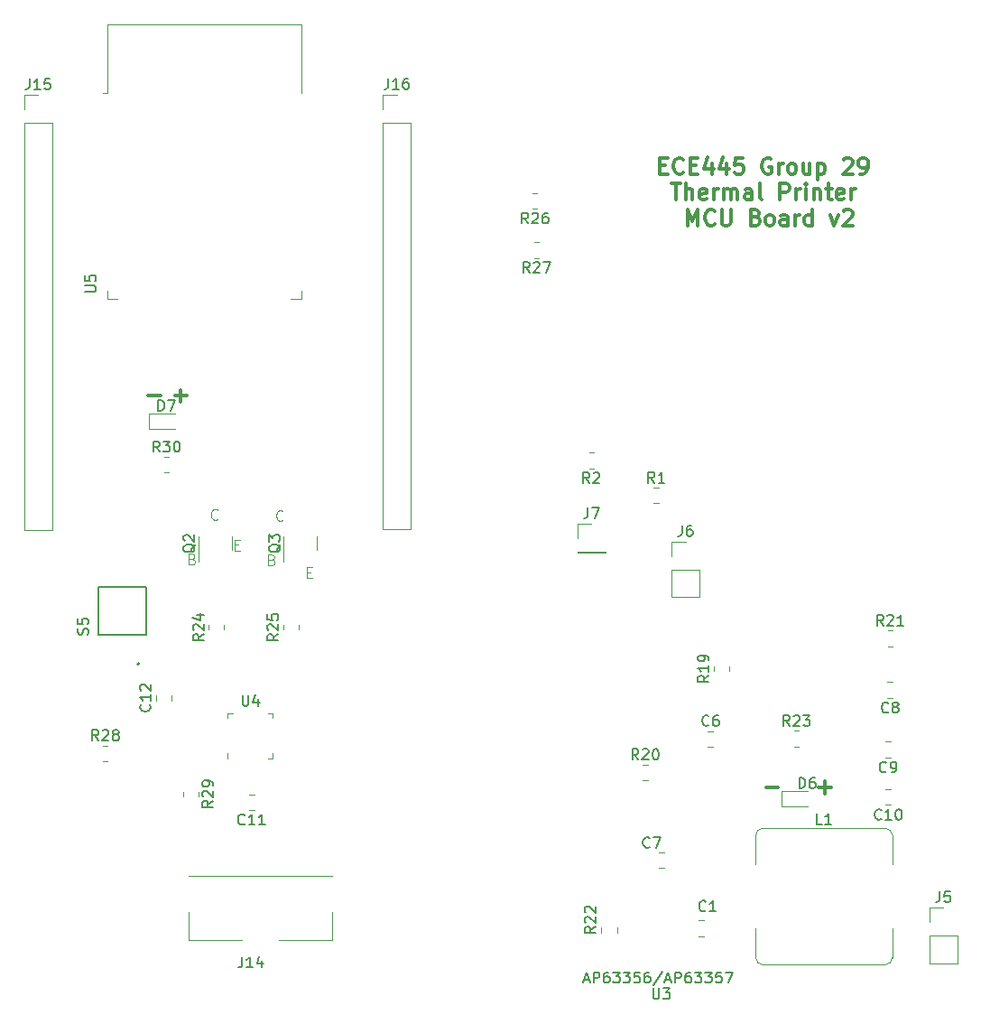
<source format=gbr>
%TF.GenerationSoftware,KiCad,Pcbnew,(6.0.10)*%
%TF.CreationDate,2023-04-05T18:46:28-05:00*%
%TF.ProjectId,445,3434352e-6b69-4636-9164-5f7063625858,rev?*%
%TF.SameCoordinates,Original*%
%TF.FileFunction,Legend,Top*%
%TF.FilePolarity,Positive*%
%FSLAX46Y46*%
G04 Gerber Fmt 4.6, Leading zero omitted, Abs format (unit mm)*
G04 Created by KiCad (PCBNEW (6.0.10)) date 2023-04-05 18:46:28*
%MOMM*%
%LPD*%
G01*
G04 APERTURE LIST*
%ADD10C,0.300000*%
%ADD11C,0.125000*%
%ADD12C,0.150000*%
%ADD13C,0.120000*%
%ADD14C,0.127000*%
%ADD15C,0.200000*%
G04 APERTURE END LIST*
D10*
X196532571Y-128885142D02*
X197675428Y-128885142D01*
X201485571Y-128885142D02*
X202628428Y-128885142D01*
X202057000Y-129456571D02*
X202057000Y-128313714D01*
D11*
X142701428Y-107458571D02*
X142844285Y-107506190D01*
X142891904Y-107553809D01*
X142939523Y-107649047D01*
X142939523Y-107791904D01*
X142891904Y-107887142D01*
X142844285Y-107934761D01*
X142749047Y-107982380D01*
X142368095Y-107982380D01*
X142368095Y-106982380D01*
X142701428Y-106982380D01*
X142796666Y-107030000D01*
X142844285Y-107077619D01*
X142891904Y-107172857D01*
X142891904Y-107268095D01*
X142844285Y-107363333D01*
X142796666Y-107410952D01*
X142701428Y-107458571D01*
X142368095Y-107458571D01*
X151189523Y-103817142D02*
X151141904Y-103864761D01*
X150999047Y-103912380D01*
X150903809Y-103912380D01*
X150760952Y-103864761D01*
X150665714Y-103769523D01*
X150618095Y-103674285D01*
X150570476Y-103483809D01*
X150570476Y-103340952D01*
X150618095Y-103150476D01*
X150665714Y-103055238D01*
X150760952Y-102960000D01*
X150903809Y-102912380D01*
X150999047Y-102912380D01*
X151141904Y-102960000D01*
X151189523Y-103007619D01*
X146705714Y-106138571D02*
X147039047Y-106138571D01*
X147181904Y-106662380D02*
X146705714Y-106662380D01*
X146705714Y-105662380D01*
X147181904Y-105662380D01*
X150171428Y-107528571D02*
X150314285Y-107576190D01*
X150361904Y-107623809D01*
X150409523Y-107719047D01*
X150409523Y-107861904D01*
X150361904Y-107957142D01*
X150314285Y-108004761D01*
X150219047Y-108052380D01*
X149838095Y-108052380D01*
X149838095Y-107052380D01*
X150171428Y-107052380D01*
X150266666Y-107100000D01*
X150314285Y-107147619D01*
X150361904Y-107242857D01*
X150361904Y-107338095D01*
X150314285Y-107433333D01*
X150266666Y-107480952D01*
X150171428Y-107528571D01*
X149838095Y-107528571D01*
D10*
X186564285Y-70579057D02*
X187064285Y-70579057D01*
X187278571Y-71364771D02*
X186564285Y-71364771D01*
X186564285Y-69864771D01*
X187278571Y-69864771D01*
X188778571Y-71221914D02*
X188707142Y-71293342D01*
X188492857Y-71364771D01*
X188350000Y-71364771D01*
X188135714Y-71293342D01*
X187992857Y-71150485D01*
X187921428Y-71007628D01*
X187850000Y-70721914D01*
X187850000Y-70507628D01*
X187921428Y-70221914D01*
X187992857Y-70079057D01*
X188135714Y-69936200D01*
X188350000Y-69864771D01*
X188492857Y-69864771D01*
X188707142Y-69936200D01*
X188778571Y-70007628D01*
X189421428Y-70579057D02*
X189921428Y-70579057D01*
X190135714Y-71364771D02*
X189421428Y-71364771D01*
X189421428Y-69864771D01*
X190135714Y-69864771D01*
X191421428Y-70364771D02*
X191421428Y-71364771D01*
X191064285Y-69793342D02*
X190707142Y-70864771D01*
X191635714Y-70864771D01*
X192850000Y-70364771D02*
X192850000Y-71364771D01*
X192492857Y-69793342D02*
X192135714Y-70864771D01*
X193064285Y-70864771D01*
X194350000Y-69864771D02*
X193635714Y-69864771D01*
X193564285Y-70579057D01*
X193635714Y-70507628D01*
X193778571Y-70436200D01*
X194135714Y-70436200D01*
X194278571Y-70507628D01*
X194350000Y-70579057D01*
X194421428Y-70721914D01*
X194421428Y-71079057D01*
X194350000Y-71221914D01*
X194278571Y-71293342D01*
X194135714Y-71364771D01*
X193778571Y-71364771D01*
X193635714Y-71293342D01*
X193564285Y-71221914D01*
X196992857Y-69936200D02*
X196850000Y-69864771D01*
X196635714Y-69864771D01*
X196421428Y-69936200D01*
X196278571Y-70079057D01*
X196207142Y-70221914D01*
X196135714Y-70507628D01*
X196135714Y-70721914D01*
X196207142Y-71007628D01*
X196278571Y-71150485D01*
X196421428Y-71293342D01*
X196635714Y-71364771D01*
X196778571Y-71364771D01*
X196992857Y-71293342D01*
X197064285Y-71221914D01*
X197064285Y-70721914D01*
X196778571Y-70721914D01*
X197707142Y-71364771D02*
X197707142Y-70364771D01*
X197707142Y-70650485D02*
X197778571Y-70507628D01*
X197850000Y-70436200D01*
X197992857Y-70364771D01*
X198135714Y-70364771D01*
X198850000Y-71364771D02*
X198707142Y-71293342D01*
X198635714Y-71221914D01*
X198564285Y-71079057D01*
X198564285Y-70650485D01*
X198635714Y-70507628D01*
X198707142Y-70436200D01*
X198850000Y-70364771D01*
X199064285Y-70364771D01*
X199207142Y-70436200D01*
X199278571Y-70507628D01*
X199350000Y-70650485D01*
X199350000Y-71079057D01*
X199278571Y-71221914D01*
X199207142Y-71293342D01*
X199064285Y-71364771D01*
X198850000Y-71364771D01*
X200635714Y-70364771D02*
X200635714Y-71364771D01*
X199992857Y-70364771D02*
X199992857Y-71150485D01*
X200064285Y-71293342D01*
X200207142Y-71364771D01*
X200421428Y-71364771D01*
X200564285Y-71293342D01*
X200635714Y-71221914D01*
X201350000Y-70364771D02*
X201350000Y-71864771D01*
X201350000Y-70436200D02*
X201492857Y-70364771D01*
X201778571Y-70364771D01*
X201921428Y-70436200D01*
X201992857Y-70507628D01*
X202064285Y-70650485D01*
X202064285Y-71079057D01*
X201992857Y-71221914D01*
X201921428Y-71293342D01*
X201778571Y-71364771D01*
X201492857Y-71364771D01*
X201350000Y-71293342D01*
X203778571Y-70007628D02*
X203850000Y-69936200D01*
X203992857Y-69864771D01*
X204350000Y-69864771D01*
X204492857Y-69936200D01*
X204564285Y-70007628D01*
X204635714Y-70150485D01*
X204635714Y-70293342D01*
X204564285Y-70507628D01*
X203707142Y-71364771D01*
X204635714Y-71364771D01*
X205350000Y-71364771D02*
X205635714Y-71364771D01*
X205778571Y-71293342D01*
X205850000Y-71221914D01*
X205992857Y-71007628D01*
X206064285Y-70721914D01*
X206064285Y-70150485D01*
X205992857Y-70007628D01*
X205921428Y-69936200D01*
X205778571Y-69864771D01*
X205492857Y-69864771D01*
X205350000Y-69936200D01*
X205278571Y-70007628D01*
X205207142Y-70150485D01*
X205207142Y-70507628D01*
X205278571Y-70650485D01*
X205350000Y-70721914D01*
X205492857Y-70793342D01*
X205778571Y-70793342D01*
X205921428Y-70721914D01*
X205992857Y-70650485D01*
X206064285Y-70507628D01*
X187635714Y-72279771D02*
X188492857Y-72279771D01*
X188064285Y-73779771D02*
X188064285Y-72279771D01*
X188992857Y-73779771D02*
X188992857Y-72279771D01*
X189635714Y-73779771D02*
X189635714Y-72994057D01*
X189564285Y-72851200D01*
X189421428Y-72779771D01*
X189207142Y-72779771D01*
X189064285Y-72851200D01*
X188992857Y-72922628D01*
X190921428Y-73708342D02*
X190778571Y-73779771D01*
X190492857Y-73779771D01*
X190350000Y-73708342D01*
X190278571Y-73565485D01*
X190278571Y-72994057D01*
X190350000Y-72851200D01*
X190492857Y-72779771D01*
X190778571Y-72779771D01*
X190921428Y-72851200D01*
X190992857Y-72994057D01*
X190992857Y-73136914D01*
X190278571Y-73279771D01*
X191635714Y-73779771D02*
X191635714Y-72779771D01*
X191635714Y-73065485D02*
X191707142Y-72922628D01*
X191778571Y-72851200D01*
X191921428Y-72779771D01*
X192064285Y-72779771D01*
X192564285Y-73779771D02*
X192564285Y-72779771D01*
X192564285Y-72922628D02*
X192635714Y-72851200D01*
X192778571Y-72779771D01*
X192992857Y-72779771D01*
X193135714Y-72851200D01*
X193207142Y-72994057D01*
X193207142Y-73779771D01*
X193207142Y-72994057D02*
X193278571Y-72851200D01*
X193421428Y-72779771D01*
X193635714Y-72779771D01*
X193778571Y-72851200D01*
X193850000Y-72994057D01*
X193850000Y-73779771D01*
X195207142Y-73779771D02*
X195207142Y-72994057D01*
X195135714Y-72851200D01*
X194992857Y-72779771D01*
X194707142Y-72779771D01*
X194564285Y-72851200D01*
X195207142Y-73708342D02*
X195064285Y-73779771D01*
X194707142Y-73779771D01*
X194564285Y-73708342D01*
X194492857Y-73565485D01*
X194492857Y-73422628D01*
X194564285Y-73279771D01*
X194707142Y-73208342D01*
X195064285Y-73208342D01*
X195207142Y-73136914D01*
X196135714Y-73779771D02*
X195992857Y-73708342D01*
X195921428Y-73565485D01*
X195921428Y-72279771D01*
X197850000Y-73779771D02*
X197850000Y-72279771D01*
X198421428Y-72279771D01*
X198564285Y-72351200D01*
X198635714Y-72422628D01*
X198707142Y-72565485D01*
X198707142Y-72779771D01*
X198635714Y-72922628D01*
X198564285Y-72994057D01*
X198421428Y-73065485D01*
X197850000Y-73065485D01*
X199350000Y-73779771D02*
X199350000Y-72779771D01*
X199350000Y-73065485D02*
X199421428Y-72922628D01*
X199492857Y-72851200D01*
X199635714Y-72779771D01*
X199778571Y-72779771D01*
X200278571Y-73779771D02*
X200278571Y-72779771D01*
X200278571Y-72279771D02*
X200207142Y-72351200D01*
X200278571Y-72422628D01*
X200350000Y-72351200D01*
X200278571Y-72279771D01*
X200278571Y-72422628D01*
X200992857Y-72779771D02*
X200992857Y-73779771D01*
X200992857Y-72922628D02*
X201064285Y-72851200D01*
X201207142Y-72779771D01*
X201421428Y-72779771D01*
X201564285Y-72851200D01*
X201635714Y-72994057D01*
X201635714Y-73779771D01*
X202135714Y-72779771D02*
X202707142Y-72779771D01*
X202350000Y-72279771D02*
X202350000Y-73565485D01*
X202421428Y-73708342D01*
X202564285Y-73779771D01*
X202707142Y-73779771D01*
X203778571Y-73708342D02*
X203635714Y-73779771D01*
X203350000Y-73779771D01*
X203207142Y-73708342D01*
X203135714Y-73565485D01*
X203135714Y-72994057D01*
X203207142Y-72851200D01*
X203350000Y-72779771D01*
X203635714Y-72779771D01*
X203778571Y-72851200D01*
X203850000Y-72994057D01*
X203850000Y-73136914D01*
X203135714Y-73279771D01*
X204492857Y-73779771D02*
X204492857Y-72779771D01*
X204492857Y-73065485D02*
X204564285Y-72922628D01*
X204635714Y-72851200D01*
X204778571Y-72779771D01*
X204921428Y-72779771D01*
X189135714Y-76194771D02*
X189135714Y-74694771D01*
X189635714Y-75766200D01*
X190135714Y-74694771D01*
X190135714Y-76194771D01*
X191707142Y-76051914D02*
X191635714Y-76123342D01*
X191421428Y-76194771D01*
X191278571Y-76194771D01*
X191064285Y-76123342D01*
X190921428Y-75980485D01*
X190850000Y-75837628D01*
X190778571Y-75551914D01*
X190778571Y-75337628D01*
X190850000Y-75051914D01*
X190921428Y-74909057D01*
X191064285Y-74766200D01*
X191278571Y-74694771D01*
X191421428Y-74694771D01*
X191635714Y-74766200D01*
X191707142Y-74837628D01*
X192350000Y-74694771D02*
X192350000Y-75909057D01*
X192421428Y-76051914D01*
X192492857Y-76123342D01*
X192635714Y-76194771D01*
X192921428Y-76194771D01*
X193064285Y-76123342D01*
X193135714Y-76051914D01*
X193207142Y-75909057D01*
X193207142Y-74694771D01*
X195564285Y-75409057D02*
X195778571Y-75480485D01*
X195850000Y-75551914D01*
X195921428Y-75694771D01*
X195921428Y-75909057D01*
X195850000Y-76051914D01*
X195778571Y-76123342D01*
X195635714Y-76194771D01*
X195064285Y-76194771D01*
X195064285Y-74694771D01*
X195564285Y-74694771D01*
X195707142Y-74766200D01*
X195778571Y-74837628D01*
X195850000Y-74980485D01*
X195850000Y-75123342D01*
X195778571Y-75266200D01*
X195707142Y-75337628D01*
X195564285Y-75409057D01*
X195064285Y-75409057D01*
X196778571Y-76194771D02*
X196635714Y-76123342D01*
X196564285Y-76051914D01*
X196492857Y-75909057D01*
X196492857Y-75480485D01*
X196564285Y-75337628D01*
X196635714Y-75266200D01*
X196778571Y-75194771D01*
X196992857Y-75194771D01*
X197135714Y-75266200D01*
X197207142Y-75337628D01*
X197278571Y-75480485D01*
X197278571Y-75909057D01*
X197207142Y-76051914D01*
X197135714Y-76123342D01*
X196992857Y-76194771D01*
X196778571Y-76194771D01*
X198564285Y-76194771D02*
X198564285Y-75409057D01*
X198492857Y-75266200D01*
X198350000Y-75194771D01*
X198064285Y-75194771D01*
X197921428Y-75266200D01*
X198564285Y-76123342D02*
X198421428Y-76194771D01*
X198064285Y-76194771D01*
X197921428Y-76123342D01*
X197850000Y-75980485D01*
X197850000Y-75837628D01*
X197921428Y-75694771D01*
X198064285Y-75623342D01*
X198421428Y-75623342D01*
X198564285Y-75551914D01*
X199278571Y-76194771D02*
X199278571Y-75194771D01*
X199278571Y-75480485D02*
X199350000Y-75337628D01*
X199421428Y-75266200D01*
X199564285Y-75194771D01*
X199707142Y-75194771D01*
X200850000Y-76194771D02*
X200850000Y-74694771D01*
X200850000Y-76123342D02*
X200707142Y-76194771D01*
X200421428Y-76194771D01*
X200278571Y-76123342D01*
X200207142Y-76051914D01*
X200135714Y-75909057D01*
X200135714Y-75480485D01*
X200207142Y-75337628D01*
X200278571Y-75266200D01*
X200421428Y-75194771D01*
X200707142Y-75194771D01*
X200850000Y-75266200D01*
X202564285Y-75194771D02*
X202921428Y-76194771D01*
X203278571Y-75194771D01*
X203778571Y-74837628D02*
X203850000Y-74766200D01*
X203992857Y-74694771D01*
X204350000Y-74694771D01*
X204492857Y-74766200D01*
X204564285Y-74837628D01*
X204635714Y-74980485D01*
X204635714Y-75123342D01*
X204564285Y-75337628D01*
X203707142Y-76194771D01*
X204635714Y-76194771D01*
D11*
X153475714Y-108718571D02*
X153809047Y-108718571D01*
X153951904Y-109242380D02*
X153475714Y-109242380D01*
X153475714Y-108242380D01*
X153951904Y-108242380D01*
X145069523Y-103697142D02*
X145021904Y-103744761D01*
X144879047Y-103792380D01*
X144783809Y-103792380D01*
X144640952Y-103744761D01*
X144545714Y-103649523D01*
X144498095Y-103554285D01*
X144450476Y-103363809D01*
X144450476Y-103220952D01*
X144498095Y-103030476D01*
X144545714Y-102935238D01*
X144640952Y-102840000D01*
X144783809Y-102792380D01*
X144879047Y-102792380D01*
X145021904Y-102840000D01*
X145069523Y-102887619D01*
D10*
X138578571Y-92147142D02*
X139721428Y-92147142D01*
X141048571Y-92167142D02*
X142191428Y-92167142D01*
X141620000Y-92738571D02*
X141620000Y-91595714D01*
D12*
%TO.C,Q3*%
X150979619Y-106099238D02*
X150932000Y-106194476D01*
X150836761Y-106289714D01*
X150693904Y-106432571D01*
X150646285Y-106527809D01*
X150646285Y-106623047D01*
X150884380Y-106575428D02*
X150836761Y-106670666D01*
X150741523Y-106765904D01*
X150551047Y-106813523D01*
X150217714Y-106813523D01*
X150027238Y-106765904D01*
X149932000Y-106670666D01*
X149884380Y-106575428D01*
X149884380Y-106384952D01*
X149932000Y-106289714D01*
X150027238Y-106194476D01*
X150217714Y-106146857D01*
X150551047Y-106146857D01*
X150741523Y-106194476D01*
X150836761Y-106289714D01*
X150884380Y-106384952D01*
X150884380Y-106575428D01*
X149884380Y-105813523D02*
X149884380Y-105194476D01*
X150265333Y-105527809D01*
X150265333Y-105384952D01*
X150312952Y-105289714D01*
X150360571Y-105242095D01*
X150455809Y-105194476D01*
X150693904Y-105194476D01*
X150789142Y-105242095D01*
X150836761Y-105289714D01*
X150884380Y-105384952D01*
X150884380Y-105670666D01*
X150836761Y-105765904D01*
X150789142Y-105813523D01*
%TO.C,R27*%
X174327142Y-80612380D02*
X173993809Y-80136190D01*
X173755714Y-80612380D02*
X173755714Y-79612380D01*
X174136666Y-79612380D01*
X174231904Y-79660000D01*
X174279523Y-79707619D01*
X174327142Y-79802857D01*
X174327142Y-79945714D01*
X174279523Y-80040952D01*
X174231904Y-80088571D01*
X174136666Y-80136190D01*
X173755714Y-80136190D01*
X174708095Y-79707619D02*
X174755714Y-79660000D01*
X174850952Y-79612380D01*
X175089047Y-79612380D01*
X175184285Y-79660000D01*
X175231904Y-79707619D01*
X175279523Y-79802857D01*
X175279523Y-79898095D01*
X175231904Y-80040952D01*
X174660476Y-80612380D01*
X175279523Y-80612380D01*
X175612857Y-79612380D02*
X176279523Y-79612380D01*
X175850952Y-80612380D01*
%TO.C,J5*%
X212826666Y-138622380D02*
X212826666Y-139336666D01*
X212779047Y-139479523D01*
X212683809Y-139574761D01*
X212540952Y-139622380D01*
X212445714Y-139622380D01*
X213779047Y-138622380D02*
X213302857Y-138622380D01*
X213255238Y-139098571D01*
X213302857Y-139050952D01*
X213398095Y-139003333D01*
X213636190Y-139003333D01*
X213731428Y-139050952D01*
X213779047Y-139098571D01*
X213826666Y-139193809D01*
X213826666Y-139431904D01*
X213779047Y-139527142D01*
X213731428Y-139574761D01*
X213636190Y-139622380D01*
X213398095Y-139622380D01*
X213302857Y-139574761D01*
X213255238Y-139527142D01*
%TO.C,U3*%
X185915595Y-147703880D02*
X185915595Y-148513404D01*
X185963214Y-148608642D01*
X186010833Y-148656261D01*
X186106071Y-148703880D01*
X186296547Y-148703880D01*
X186391785Y-148656261D01*
X186439404Y-148608642D01*
X186487023Y-148513404D01*
X186487023Y-147703880D01*
X186867976Y-147703880D02*
X187487023Y-147703880D01*
X187153690Y-148084833D01*
X187296547Y-148084833D01*
X187391785Y-148132452D01*
X187439404Y-148180071D01*
X187487023Y-148275309D01*
X187487023Y-148513404D01*
X187439404Y-148608642D01*
X187391785Y-148656261D01*
X187296547Y-148703880D01*
X187010833Y-148703880D01*
X186915595Y-148656261D01*
X186867976Y-148608642D01*
X179425119Y-146918166D02*
X179901309Y-146918166D01*
X179329880Y-147203880D02*
X179663214Y-146203880D01*
X179996547Y-147203880D01*
X180329880Y-147203880D02*
X180329880Y-146203880D01*
X180710833Y-146203880D01*
X180806071Y-146251500D01*
X180853690Y-146299119D01*
X180901309Y-146394357D01*
X180901309Y-146537214D01*
X180853690Y-146632452D01*
X180806071Y-146680071D01*
X180710833Y-146727690D01*
X180329880Y-146727690D01*
X181758452Y-146203880D02*
X181567976Y-146203880D01*
X181472738Y-146251500D01*
X181425119Y-146299119D01*
X181329880Y-146441976D01*
X181282261Y-146632452D01*
X181282261Y-147013404D01*
X181329880Y-147108642D01*
X181377500Y-147156261D01*
X181472738Y-147203880D01*
X181663214Y-147203880D01*
X181758452Y-147156261D01*
X181806071Y-147108642D01*
X181853690Y-147013404D01*
X181853690Y-146775309D01*
X181806071Y-146680071D01*
X181758452Y-146632452D01*
X181663214Y-146584833D01*
X181472738Y-146584833D01*
X181377500Y-146632452D01*
X181329880Y-146680071D01*
X181282261Y-146775309D01*
X182187023Y-146203880D02*
X182806071Y-146203880D01*
X182472738Y-146584833D01*
X182615595Y-146584833D01*
X182710833Y-146632452D01*
X182758452Y-146680071D01*
X182806071Y-146775309D01*
X182806071Y-147013404D01*
X182758452Y-147108642D01*
X182710833Y-147156261D01*
X182615595Y-147203880D01*
X182329880Y-147203880D01*
X182234642Y-147156261D01*
X182187023Y-147108642D01*
X183139404Y-146203880D02*
X183758452Y-146203880D01*
X183425119Y-146584833D01*
X183567976Y-146584833D01*
X183663214Y-146632452D01*
X183710833Y-146680071D01*
X183758452Y-146775309D01*
X183758452Y-147013404D01*
X183710833Y-147108642D01*
X183663214Y-147156261D01*
X183567976Y-147203880D01*
X183282261Y-147203880D01*
X183187023Y-147156261D01*
X183139404Y-147108642D01*
X184663214Y-146203880D02*
X184187023Y-146203880D01*
X184139404Y-146680071D01*
X184187023Y-146632452D01*
X184282261Y-146584833D01*
X184520357Y-146584833D01*
X184615595Y-146632452D01*
X184663214Y-146680071D01*
X184710833Y-146775309D01*
X184710833Y-147013404D01*
X184663214Y-147108642D01*
X184615595Y-147156261D01*
X184520357Y-147203880D01*
X184282261Y-147203880D01*
X184187023Y-147156261D01*
X184139404Y-147108642D01*
X185567976Y-146203880D02*
X185377500Y-146203880D01*
X185282261Y-146251500D01*
X185234642Y-146299119D01*
X185139404Y-146441976D01*
X185091785Y-146632452D01*
X185091785Y-147013404D01*
X185139404Y-147108642D01*
X185187023Y-147156261D01*
X185282261Y-147203880D01*
X185472738Y-147203880D01*
X185567976Y-147156261D01*
X185615595Y-147108642D01*
X185663214Y-147013404D01*
X185663214Y-146775309D01*
X185615595Y-146680071D01*
X185567976Y-146632452D01*
X185472738Y-146584833D01*
X185282261Y-146584833D01*
X185187023Y-146632452D01*
X185139404Y-146680071D01*
X185091785Y-146775309D01*
X186806071Y-146156261D02*
X185948928Y-147441976D01*
X187091785Y-146918166D02*
X187567976Y-146918166D01*
X186996547Y-147203880D02*
X187329880Y-146203880D01*
X187663214Y-147203880D01*
X187996547Y-147203880D02*
X187996547Y-146203880D01*
X188377500Y-146203880D01*
X188472738Y-146251500D01*
X188520357Y-146299119D01*
X188567976Y-146394357D01*
X188567976Y-146537214D01*
X188520357Y-146632452D01*
X188472738Y-146680071D01*
X188377500Y-146727690D01*
X187996547Y-146727690D01*
X189425119Y-146203880D02*
X189234642Y-146203880D01*
X189139404Y-146251500D01*
X189091785Y-146299119D01*
X188996547Y-146441976D01*
X188948928Y-146632452D01*
X188948928Y-147013404D01*
X188996547Y-147108642D01*
X189044166Y-147156261D01*
X189139404Y-147203880D01*
X189329880Y-147203880D01*
X189425119Y-147156261D01*
X189472738Y-147108642D01*
X189520357Y-147013404D01*
X189520357Y-146775309D01*
X189472738Y-146680071D01*
X189425119Y-146632452D01*
X189329880Y-146584833D01*
X189139404Y-146584833D01*
X189044166Y-146632452D01*
X188996547Y-146680071D01*
X188948928Y-146775309D01*
X189853690Y-146203880D02*
X190472738Y-146203880D01*
X190139404Y-146584833D01*
X190282261Y-146584833D01*
X190377500Y-146632452D01*
X190425119Y-146680071D01*
X190472738Y-146775309D01*
X190472738Y-147013404D01*
X190425119Y-147108642D01*
X190377500Y-147156261D01*
X190282261Y-147203880D01*
X189996547Y-147203880D01*
X189901309Y-147156261D01*
X189853690Y-147108642D01*
X190806071Y-146203880D02*
X191425119Y-146203880D01*
X191091785Y-146584833D01*
X191234642Y-146584833D01*
X191329880Y-146632452D01*
X191377500Y-146680071D01*
X191425119Y-146775309D01*
X191425119Y-147013404D01*
X191377500Y-147108642D01*
X191329880Y-147156261D01*
X191234642Y-147203880D01*
X190948928Y-147203880D01*
X190853690Y-147156261D01*
X190806071Y-147108642D01*
X192329880Y-146203880D02*
X191853690Y-146203880D01*
X191806071Y-146680071D01*
X191853690Y-146632452D01*
X191948928Y-146584833D01*
X192187023Y-146584833D01*
X192282261Y-146632452D01*
X192329880Y-146680071D01*
X192377500Y-146775309D01*
X192377500Y-147013404D01*
X192329880Y-147108642D01*
X192282261Y-147156261D01*
X192187023Y-147203880D01*
X191948928Y-147203880D01*
X191853690Y-147156261D01*
X191806071Y-147108642D01*
X192710833Y-146203880D02*
X193377500Y-146203880D01*
X192948928Y-147203880D01*
%TO.C,C10*%
X207342142Y-131819642D02*
X207294523Y-131867261D01*
X207151666Y-131914880D01*
X207056428Y-131914880D01*
X206913571Y-131867261D01*
X206818333Y-131772023D01*
X206770714Y-131676785D01*
X206723095Y-131486309D01*
X206723095Y-131343452D01*
X206770714Y-131152976D01*
X206818333Y-131057738D01*
X206913571Y-130962500D01*
X207056428Y-130914880D01*
X207151666Y-130914880D01*
X207294523Y-130962500D01*
X207342142Y-131010119D01*
X208294523Y-131914880D02*
X207723095Y-131914880D01*
X208008809Y-131914880D02*
X208008809Y-130914880D01*
X207913571Y-131057738D01*
X207818333Y-131152976D01*
X207723095Y-131200595D01*
X208913571Y-130914880D02*
X209008809Y-130914880D01*
X209104047Y-130962500D01*
X209151666Y-131010119D01*
X209199285Y-131105357D01*
X209246904Y-131295833D01*
X209246904Y-131533928D01*
X209199285Y-131724404D01*
X209151666Y-131819642D01*
X209104047Y-131867261D01*
X209008809Y-131914880D01*
X208913571Y-131914880D01*
X208818333Y-131867261D01*
X208770714Y-131819642D01*
X208723095Y-131724404D01*
X208675476Y-131533928D01*
X208675476Y-131295833D01*
X208723095Y-131105357D01*
X208770714Y-131010119D01*
X208818333Y-130962500D01*
X208913571Y-130914880D01*
%TO.C,U5*%
X132652380Y-82411904D02*
X133461904Y-82411904D01*
X133557142Y-82364285D01*
X133604761Y-82316666D01*
X133652380Y-82221428D01*
X133652380Y-82030952D01*
X133604761Y-81935714D01*
X133557142Y-81888095D01*
X133461904Y-81840476D01*
X132652380Y-81840476D01*
X132652380Y-80888095D02*
X132652380Y-81364285D01*
X133128571Y-81411904D01*
X133080952Y-81364285D01*
X133033333Y-81269047D01*
X133033333Y-81030952D01*
X133080952Y-80935714D01*
X133128571Y-80888095D01*
X133223809Y-80840476D01*
X133461904Y-80840476D01*
X133557142Y-80888095D01*
X133604761Y-80935714D01*
X133652380Y-81030952D01*
X133652380Y-81269047D01*
X133604761Y-81364285D01*
X133557142Y-81411904D01*
%TO.C,C7*%
X185600833Y-134451442D02*
X185553214Y-134499061D01*
X185410357Y-134546680D01*
X185315119Y-134546680D01*
X185172261Y-134499061D01*
X185077023Y-134403823D01*
X185029404Y-134308585D01*
X184981785Y-134118109D01*
X184981785Y-133975252D01*
X185029404Y-133784776D01*
X185077023Y-133689538D01*
X185172261Y-133594300D01*
X185315119Y-133546680D01*
X185410357Y-133546680D01*
X185553214Y-133594300D01*
X185600833Y-133641919D01*
X185934166Y-133546680D02*
X186600833Y-133546680D01*
X186172261Y-134546680D01*
%TO.C,J6*%
X188642666Y-104310380D02*
X188642666Y-105024666D01*
X188595047Y-105167523D01*
X188499809Y-105262761D01*
X188356952Y-105310380D01*
X188261714Y-105310380D01*
X189547428Y-104310380D02*
X189356952Y-104310380D01*
X189261714Y-104358000D01*
X189214095Y-104405619D01*
X189118857Y-104548476D01*
X189071238Y-104738952D01*
X189071238Y-105119904D01*
X189118857Y-105215142D01*
X189166476Y-105262761D01*
X189261714Y-105310380D01*
X189452190Y-105310380D01*
X189547428Y-105262761D01*
X189595047Y-105215142D01*
X189642666Y-105119904D01*
X189642666Y-104881809D01*
X189595047Y-104786571D01*
X189547428Y-104738952D01*
X189452190Y-104691333D01*
X189261714Y-104691333D01*
X189166476Y-104738952D01*
X189118857Y-104786571D01*
X189071238Y-104881809D01*
%TO.C,J14*%
X147368476Y-144764380D02*
X147368476Y-145478666D01*
X147320857Y-145621523D01*
X147225619Y-145716761D01*
X147082761Y-145764380D01*
X146987523Y-145764380D01*
X148368476Y-145764380D02*
X147797047Y-145764380D01*
X148082761Y-145764380D02*
X148082761Y-144764380D01*
X147987523Y-144907238D01*
X147892285Y-145002476D01*
X147797047Y-145050095D01*
X149225619Y-145097714D02*
X149225619Y-145764380D01*
X148987523Y-144716761D02*
X148749428Y-145431047D01*
X149368476Y-145431047D01*
%TO.C,R2*%
X179963333Y-100342380D02*
X179630000Y-99866190D01*
X179391904Y-100342380D02*
X179391904Y-99342380D01*
X179772857Y-99342380D01*
X179868095Y-99390000D01*
X179915714Y-99437619D01*
X179963333Y-99532857D01*
X179963333Y-99675714D01*
X179915714Y-99770952D01*
X179868095Y-99818571D01*
X179772857Y-99866190D01*
X179391904Y-99866190D01*
X180344285Y-99437619D02*
X180391904Y-99390000D01*
X180487142Y-99342380D01*
X180725238Y-99342380D01*
X180820476Y-99390000D01*
X180868095Y-99437619D01*
X180915714Y-99532857D01*
X180915714Y-99628095D01*
X180868095Y-99770952D01*
X180296666Y-100342380D01*
X180915714Y-100342380D01*
%TO.C,U4*%
X147398095Y-120222380D02*
X147398095Y-121031904D01*
X147445714Y-121127142D01*
X147493333Y-121174761D01*
X147588571Y-121222380D01*
X147779047Y-121222380D01*
X147874285Y-121174761D01*
X147921904Y-121127142D01*
X147969523Y-121031904D01*
X147969523Y-120222380D01*
X148874285Y-120555714D02*
X148874285Y-121222380D01*
X148636190Y-120174761D02*
X148398095Y-120889047D01*
X149017142Y-120889047D01*
%TO.C,S5*%
X132904761Y-114536404D02*
X132952380Y-114393547D01*
X132952380Y-114155452D01*
X132904761Y-114060214D01*
X132857142Y-114012595D01*
X132761904Y-113964976D01*
X132666666Y-113964976D01*
X132571428Y-114012595D01*
X132523809Y-114060214D01*
X132476190Y-114155452D01*
X132428571Y-114345928D01*
X132380952Y-114441166D01*
X132333333Y-114488785D01*
X132238095Y-114536404D01*
X132142857Y-114536404D01*
X132047619Y-114488785D01*
X132000000Y-114441166D01*
X131952380Y-114345928D01*
X131952380Y-114107833D01*
X132000000Y-113964976D01*
X131952380Y-113060214D02*
X131952380Y-113536404D01*
X132428571Y-113584023D01*
X132380952Y-113536404D01*
X132333333Y-113441166D01*
X132333333Y-113203071D01*
X132380952Y-113107833D01*
X132428571Y-113060214D01*
X132523809Y-113012595D01*
X132761904Y-113012595D01*
X132857142Y-113060214D01*
X132904761Y-113107833D01*
X132952380Y-113203071D01*
X132952380Y-113441166D01*
X132904761Y-113536404D01*
X132857142Y-113584023D01*
%TO.C,R21*%
X207522142Y-113704880D02*
X207188809Y-113228690D01*
X206950714Y-113704880D02*
X206950714Y-112704880D01*
X207331666Y-112704880D01*
X207426904Y-112752500D01*
X207474523Y-112800119D01*
X207522142Y-112895357D01*
X207522142Y-113038214D01*
X207474523Y-113133452D01*
X207426904Y-113181071D01*
X207331666Y-113228690D01*
X206950714Y-113228690D01*
X207903095Y-112800119D02*
X207950714Y-112752500D01*
X208045952Y-112704880D01*
X208284047Y-112704880D01*
X208379285Y-112752500D01*
X208426904Y-112800119D01*
X208474523Y-112895357D01*
X208474523Y-112990595D01*
X208426904Y-113133452D01*
X207855476Y-113704880D01*
X208474523Y-113704880D01*
X209426904Y-113704880D02*
X208855476Y-113704880D01*
X209141190Y-113704880D02*
X209141190Y-112704880D01*
X209045952Y-112847738D01*
X208950714Y-112942976D01*
X208855476Y-112990595D01*
%TO.C,C9*%
X207800833Y-127379642D02*
X207753214Y-127427261D01*
X207610357Y-127474880D01*
X207515119Y-127474880D01*
X207372261Y-127427261D01*
X207277023Y-127332023D01*
X207229404Y-127236785D01*
X207181785Y-127046309D01*
X207181785Y-126903452D01*
X207229404Y-126712976D01*
X207277023Y-126617738D01*
X207372261Y-126522500D01*
X207515119Y-126474880D01*
X207610357Y-126474880D01*
X207753214Y-126522500D01*
X207800833Y-126570119D01*
X208277023Y-127474880D02*
X208467500Y-127474880D01*
X208562738Y-127427261D01*
X208610357Y-127379642D01*
X208705595Y-127236785D01*
X208753214Y-127046309D01*
X208753214Y-126665357D01*
X208705595Y-126570119D01*
X208657976Y-126522500D01*
X208562738Y-126474880D01*
X208372261Y-126474880D01*
X208277023Y-126522500D01*
X208229404Y-126570119D01*
X208181785Y-126665357D01*
X208181785Y-126903452D01*
X208229404Y-126998690D01*
X208277023Y-127046309D01*
X208372261Y-127093928D01*
X208562738Y-127093928D01*
X208657976Y-127046309D01*
X208705595Y-126998690D01*
X208753214Y-126903452D01*
%TO.C,R29*%
X144647380Y-130141857D02*
X144171190Y-130475190D01*
X144647380Y-130713285D02*
X143647380Y-130713285D01*
X143647380Y-130332333D01*
X143695000Y-130237095D01*
X143742619Y-130189476D01*
X143837857Y-130141857D01*
X143980714Y-130141857D01*
X144075952Y-130189476D01*
X144123571Y-130237095D01*
X144171190Y-130332333D01*
X144171190Y-130713285D01*
X143742619Y-129760904D02*
X143695000Y-129713285D01*
X143647380Y-129618047D01*
X143647380Y-129379952D01*
X143695000Y-129284714D01*
X143742619Y-129237095D01*
X143837857Y-129189476D01*
X143933095Y-129189476D01*
X144075952Y-129237095D01*
X144647380Y-129808523D01*
X144647380Y-129189476D01*
X144647380Y-128713285D02*
X144647380Y-128522809D01*
X144599761Y-128427571D01*
X144552142Y-128379952D01*
X144409285Y-128284714D01*
X144218809Y-128237095D01*
X143837857Y-128237095D01*
X143742619Y-128284714D01*
X143695000Y-128332333D01*
X143647380Y-128427571D01*
X143647380Y-128618047D01*
X143695000Y-128713285D01*
X143742619Y-128760904D01*
X143837857Y-128808523D01*
X144075952Y-128808523D01*
X144171190Y-128760904D01*
X144218809Y-128713285D01*
X144266428Y-128618047D01*
X144266428Y-128427571D01*
X144218809Y-128332333D01*
X144171190Y-128284714D01*
X144075952Y-128237095D01*
%TO.C,D6*%
X199641904Y-128972380D02*
X199641904Y-127972380D01*
X199880000Y-127972380D01*
X200022857Y-128020000D01*
X200118095Y-128115238D01*
X200165714Y-128210476D01*
X200213333Y-128400952D01*
X200213333Y-128543809D01*
X200165714Y-128734285D01*
X200118095Y-128829523D01*
X200022857Y-128924761D01*
X199880000Y-128972380D01*
X199641904Y-128972380D01*
X201070476Y-127972380D02*
X200880000Y-127972380D01*
X200784761Y-128020000D01*
X200737142Y-128067619D01*
X200641904Y-128210476D01*
X200594285Y-128400952D01*
X200594285Y-128781904D01*
X200641904Y-128877142D01*
X200689523Y-128924761D01*
X200784761Y-128972380D01*
X200975238Y-128972380D01*
X201070476Y-128924761D01*
X201118095Y-128877142D01*
X201165714Y-128781904D01*
X201165714Y-128543809D01*
X201118095Y-128448571D01*
X201070476Y-128400952D01*
X200975238Y-128353333D01*
X200784761Y-128353333D01*
X200689523Y-128400952D01*
X200641904Y-128448571D01*
X200594285Y-128543809D01*
%TO.C,Q2*%
X142978619Y-106099238D02*
X142931000Y-106194476D01*
X142835761Y-106289714D01*
X142692904Y-106432571D01*
X142645285Y-106527809D01*
X142645285Y-106623047D01*
X142883380Y-106575428D02*
X142835761Y-106670666D01*
X142740523Y-106765904D01*
X142550047Y-106813523D01*
X142216714Y-106813523D01*
X142026238Y-106765904D01*
X141931000Y-106670666D01*
X141883380Y-106575428D01*
X141883380Y-106384952D01*
X141931000Y-106289714D01*
X142026238Y-106194476D01*
X142216714Y-106146857D01*
X142550047Y-106146857D01*
X142740523Y-106194476D01*
X142835761Y-106289714D01*
X142883380Y-106384952D01*
X142883380Y-106575428D01*
X141978619Y-105765904D02*
X141931000Y-105718285D01*
X141883380Y-105623047D01*
X141883380Y-105384952D01*
X141931000Y-105289714D01*
X141978619Y-105242095D01*
X142073857Y-105194476D01*
X142169095Y-105194476D01*
X142311952Y-105242095D01*
X142883380Y-105813523D01*
X142883380Y-105194476D01*
%TO.C,R22*%
X180502380Y-141942857D02*
X180026190Y-142276190D01*
X180502380Y-142514285D02*
X179502380Y-142514285D01*
X179502380Y-142133333D01*
X179550000Y-142038095D01*
X179597619Y-141990476D01*
X179692857Y-141942857D01*
X179835714Y-141942857D01*
X179930952Y-141990476D01*
X179978571Y-142038095D01*
X180026190Y-142133333D01*
X180026190Y-142514285D01*
X179597619Y-141561904D02*
X179550000Y-141514285D01*
X179502380Y-141419047D01*
X179502380Y-141180952D01*
X179550000Y-141085714D01*
X179597619Y-141038095D01*
X179692857Y-140990476D01*
X179788095Y-140990476D01*
X179930952Y-141038095D01*
X180502380Y-141609523D01*
X180502380Y-140990476D01*
X179597619Y-140609523D02*
X179550000Y-140561904D01*
X179502380Y-140466666D01*
X179502380Y-140228571D01*
X179550000Y-140133333D01*
X179597619Y-140085714D01*
X179692857Y-140038095D01*
X179788095Y-140038095D01*
X179930952Y-140085714D01*
X180502380Y-140657142D01*
X180502380Y-140038095D01*
%TO.C,C1*%
X190860033Y-140404742D02*
X190812414Y-140452361D01*
X190669557Y-140499980D01*
X190574319Y-140499980D01*
X190431461Y-140452361D01*
X190336223Y-140357123D01*
X190288604Y-140261885D01*
X190240985Y-140071409D01*
X190240985Y-139928552D01*
X190288604Y-139738076D01*
X190336223Y-139642838D01*
X190431461Y-139547600D01*
X190574319Y-139499980D01*
X190669557Y-139499980D01*
X190812414Y-139547600D01*
X190860033Y-139595219D01*
X191812414Y-140499980D02*
X191240985Y-140499980D01*
X191526700Y-140499980D02*
X191526700Y-139499980D01*
X191431461Y-139642838D01*
X191336223Y-139738076D01*
X191240985Y-139785695D01*
%TO.C,J15*%
X127430476Y-62432380D02*
X127430476Y-63146666D01*
X127382857Y-63289523D01*
X127287619Y-63384761D01*
X127144761Y-63432380D01*
X127049523Y-63432380D01*
X128430476Y-63432380D02*
X127859047Y-63432380D01*
X128144761Y-63432380D02*
X128144761Y-62432380D01*
X128049523Y-62575238D01*
X127954285Y-62670476D01*
X127859047Y-62718095D01*
X129335238Y-62432380D02*
X128859047Y-62432380D01*
X128811428Y-62908571D01*
X128859047Y-62860952D01*
X128954285Y-62813333D01*
X129192380Y-62813333D01*
X129287619Y-62860952D01*
X129335238Y-62908571D01*
X129382857Y-63003809D01*
X129382857Y-63241904D01*
X129335238Y-63337142D01*
X129287619Y-63384761D01*
X129192380Y-63432380D01*
X128954285Y-63432380D01*
X128859047Y-63384761D01*
X128811428Y-63337142D01*
%TO.C,R1*%
X186053333Y-100312380D02*
X185720000Y-99836190D01*
X185481904Y-100312380D02*
X185481904Y-99312380D01*
X185862857Y-99312380D01*
X185958095Y-99360000D01*
X186005714Y-99407619D01*
X186053333Y-99502857D01*
X186053333Y-99645714D01*
X186005714Y-99740952D01*
X185958095Y-99788571D01*
X185862857Y-99836190D01*
X185481904Y-99836190D01*
X187005714Y-100312380D02*
X186434285Y-100312380D01*
X186720000Y-100312380D02*
X186720000Y-99312380D01*
X186624761Y-99455238D01*
X186529523Y-99550476D01*
X186434285Y-99598095D01*
%TO.C,R25*%
X150745380Y-114520857D02*
X150269190Y-114854190D01*
X150745380Y-115092285D02*
X149745380Y-115092285D01*
X149745380Y-114711333D01*
X149793000Y-114616095D01*
X149840619Y-114568476D01*
X149935857Y-114520857D01*
X150078714Y-114520857D01*
X150173952Y-114568476D01*
X150221571Y-114616095D01*
X150269190Y-114711333D01*
X150269190Y-115092285D01*
X149840619Y-114139904D02*
X149793000Y-114092285D01*
X149745380Y-113997047D01*
X149745380Y-113758952D01*
X149793000Y-113663714D01*
X149840619Y-113616095D01*
X149935857Y-113568476D01*
X150031095Y-113568476D01*
X150173952Y-113616095D01*
X150745380Y-114187523D01*
X150745380Y-113568476D01*
X149745380Y-112663714D02*
X149745380Y-113139904D01*
X150221571Y-113187523D01*
X150173952Y-113139904D01*
X150126333Y-113044666D01*
X150126333Y-112806571D01*
X150173952Y-112711333D01*
X150221571Y-112663714D01*
X150316809Y-112616095D01*
X150554904Y-112616095D01*
X150650142Y-112663714D01*
X150697761Y-112711333D01*
X150745380Y-112806571D01*
X150745380Y-113044666D01*
X150697761Y-113139904D01*
X150650142Y-113187523D01*
%TO.C,J16*%
X161070476Y-62402380D02*
X161070476Y-63116666D01*
X161022857Y-63259523D01*
X160927619Y-63354761D01*
X160784761Y-63402380D01*
X160689523Y-63402380D01*
X162070476Y-63402380D02*
X161499047Y-63402380D01*
X161784761Y-63402380D02*
X161784761Y-62402380D01*
X161689523Y-62545238D01*
X161594285Y-62640476D01*
X161499047Y-62688095D01*
X162927619Y-62402380D02*
X162737142Y-62402380D01*
X162641904Y-62450000D01*
X162594285Y-62497619D01*
X162499047Y-62640476D01*
X162451428Y-62830952D01*
X162451428Y-63211904D01*
X162499047Y-63307142D01*
X162546666Y-63354761D01*
X162641904Y-63402380D01*
X162832380Y-63402380D01*
X162927619Y-63354761D01*
X162975238Y-63307142D01*
X163022857Y-63211904D01*
X163022857Y-62973809D01*
X162975238Y-62878571D01*
X162927619Y-62830952D01*
X162832380Y-62783333D01*
X162641904Y-62783333D01*
X162546666Y-62830952D01*
X162499047Y-62878571D01*
X162451428Y-62973809D01*
%TO.C,R26*%
X174199642Y-76002380D02*
X173866309Y-75526190D01*
X173628214Y-76002380D02*
X173628214Y-75002380D01*
X174009166Y-75002380D01*
X174104404Y-75050000D01*
X174152023Y-75097619D01*
X174199642Y-75192857D01*
X174199642Y-75335714D01*
X174152023Y-75430952D01*
X174104404Y-75478571D01*
X174009166Y-75526190D01*
X173628214Y-75526190D01*
X174580595Y-75097619D02*
X174628214Y-75050000D01*
X174723452Y-75002380D01*
X174961547Y-75002380D01*
X175056785Y-75050000D01*
X175104404Y-75097619D01*
X175152023Y-75192857D01*
X175152023Y-75288095D01*
X175104404Y-75430952D01*
X174532976Y-76002380D01*
X175152023Y-76002380D01*
X176009166Y-75002380D02*
X175818690Y-75002380D01*
X175723452Y-75050000D01*
X175675833Y-75097619D01*
X175580595Y-75240476D01*
X175532976Y-75430952D01*
X175532976Y-75811904D01*
X175580595Y-75907142D01*
X175628214Y-75954761D01*
X175723452Y-76002380D01*
X175913928Y-76002380D01*
X176009166Y-75954761D01*
X176056785Y-75907142D01*
X176104404Y-75811904D01*
X176104404Y-75573809D01*
X176056785Y-75478571D01*
X176009166Y-75430952D01*
X175913928Y-75383333D01*
X175723452Y-75383333D01*
X175628214Y-75430952D01*
X175580595Y-75478571D01*
X175532976Y-75573809D01*
%TO.C,R20*%
X184549642Y-126274880D02*
X184216309Y-125798690D01*
X183978214Y-126274880D02*
X183978214Y-125274880D01*
X184359166Y-125274880D01*
X184454404Y-125322500D01*
X184502023Y-125370119D01*
X184549642Y-125465357D01*
X184549642Y-125608214D01*
X184502023Y-125703452D01*
X184454404Y-125751071D01*
X184359166Y-125798690D01*
X183978214Y-125798690D01*
X184930595Y-125370119D02*
X184978214Y-125322500D01*
X185073452Y-125274880D01*
X185311547Y-125274880D01*
X185406785Y-125322500D01*
X185454404Y-125370119D01*
X185502023Y-125465357D01*
X185502023Y-125560595D01*
X185454404Y-125703452D01*
X184882976Y-126274880D01*
X185502023Y-126274880D01*
X186121071Y-125274880D02*
X186216309Y-125274880D01*
X186311547Y-125322500D01*
X186359166Y-125370119D01*
X186406785Y-125465357D01*
X186454404Y-125655833D01*
X186454404Y-125893928D01*
X186406785Y-126084404D01*
X186359166Y-126179642D01*
X186311547Y-126227261D01*
X186216309Y-126274880D01*
X186121071Y-126274880D01*
X186025833Y-126227261D01*
X185978214Y-126179642D01*
X185930595Y-126084404D01*
X185882976Y-125893928D01*
X185882976Y-125655833D01*
X185930595Y-125465357D01*
X185978214Y-125370119D01*
X186025833Y-125322500D01*
X186121071Y-125274880D01*
%TO.C,J7*%
X179806666Y-102652380D02*
X179806666Y-103366666D01*
X179759047Y-103509523D01*
X179663809Y-103604761D01*
X179520952Y-103652380D01*
X179425714Y-103652380D01*
X180187619Y-102652380D02*
X180854285Y-102652380D01*
X180425714Y-103652380D01*
%TO.C,R30*%
X139637142Y-97422380D02*
X139303809Y-96946190D01*
X139065714Y-97422380D02*
X139065714Y-96422380D01*
X139446666Y-96422380D01*
X139541904Y-96470000D01*
X139589523Y-96517619D01*
X139637142Y-96612857D01*
X139637142Y-96755714D01*
X139589523Y-96850952D01*
X139541904Y-96898571D01*
X139446666Y-96946190D01*
X139065714Y-96946190D01*
X139970476Y-96422380D02*
X140589523Y-96422380D01*
X140256190Y-96803333D01*
X140399047Y-96803333D01*
X140494285Y-96850952D01*
X140541904Y-96898571D01*
X140589523Y-96993809D01*
X140589523Y-97231904D01*
X140541904Y-97327142D01*
X140494285Y-97374761D01*
X140399047Y-97422380D01*
X140113333Y-97422380D01*
X140018095Y-97374761D01*
X139970476Y-97327142D01*
X141208571Y-96422380D02*
X141303809Y-96422380D01*
X141399047Y-96470000D01*
X141446666Y-96517619D01*
X141494285Y-96612857D01*
X141541904Y-96803333D01*
X141541904Y-97041428D01*
X141494285Y-97231904D01*
X141446666Y-97327142D01*
X141399047Y-97374761D01*
X141303809Y-97422380D01*
X141208571Y-97422380D01*
X141113333Y-97374761D01*
X141065714Y-97327142D01*
X141018095Y-97231904D01*
X140970476Y-97041428D01*
X140970476Y-96803333D01*
X141018095Y-96612857D01*
X141065714Y-96517619D01*
X141113333Y-96470000D01*
X141208571Y-96422380D01*
%TO.C,C11*%
X147617142Y-132298142D02*
X147569523Y-132345761D01*
X147426666Y-132393380D01*
X147331428Y-132393380D01*
X147188571Y-132345761D01*
X147093333Y-132250523D01*
X147045714Y-132155285D01*
X146998095Y-131964809D01*
X146998095Y-131821952D01*
X147045714Y-131631476D01*
X147093333Y-131536238D01*
X147188571Y-131441000D01*
X147331428Y-131393380D01*
X147426666Y-131393380D01*
X147569523Y-131441000D01*
X147617142Y-131488619D01*
X148569523Y-132393380D02*
X147998095Y-132393380D01*
X148283809Y-132393380D02*
X148283809Y-131393380D01*
X148188571Y-131536238D01*
X148093333Y-131631476D01*
X147998095Y-131679095D01*
X149521904Y-132393380D02*
X148950476Y-132393380D01*
X149236190Y-132393380D02*
X149236190Y-131393380D01*
X149140952Y-131536238D01*
X149045714Y-131631476D01*
X148950476Y-131679095D01*
%TO.C,C12*%
X138682142Y-121124857D02*
X138729761Y-121172476D01*
X138777380Y-121315333D01*
X138777380Y-121410571D01*
X138729761Y-121553428D01*
X138634523Y-121648666D01*
X138539285Y-121696285D01*
X138348809Y-121743904D01*
X138205952Y-121743904D01*
X138015476Y-121696285D01*
X137920238Y-121648666D01*
X137825000Y-121553428D01*
X137777380Y-121410571D01*
X137777380Y-121315333D01*
X137825000Y-121172476D01*
X137872619Y-121124857D01*
X138777380Y-120172476D02*
X138777380Y-120743904D01*
X138777380Y-120458190D02*
X137777380Y-120458190D01*
X137920238Y-120553428D01*
X138015476Y-120648666D01*
X138063095Y-120743904D01*
X137872619Y-119791523D02*
X137825000Y-119743904D01*
X137777380Y-119648666D01*
X137777380Y-119410571D01*
X137825000Y-119315333D01*
X137872619Y-119267714D01*
X137967857Y-119220095D01*
X138063095Y-119220095D01*
X138205952Y-119267714D01*
X138777380Y-119839142D01*
X138777380Y-119220095D01*
%TO.C,R28*%
X133901142Y-124491380D02*
X133567809Y-124015190D01*
X133329714Y-124491380D02*
X133329714Y-123491380D01*
X133710666Y-123491380D01*
X133805904Y-123539000D01*
X133853523Y-123586619D01*
X133901142Y-123681857D01*
X133901142Y-123824714D01*
X133853523Y-123919952D01*
X133805904Y-123967571D01*
X133710666Y-124015190D01*
X133329714Y-124015190D01*
X134282095Y-123586619D02*
X134329714Y-123539000D01*
X134424952Y-123491380D01*
X134663047Y-123491380D01*
X134758285Y-123539000D01*
X134805904Y-123586619D01*
X134853523Y-123681857D01*
X134853523Y-123777095D01*
X134805904Y-123919952D01*
X134234476Y-124491380D01*
X134853523Y-124491380D01*
X135424952Y-123919952D02*
X135329714Y-123872333D01*
X135282095Y-123824714D01*
X135234476Y-123729476D01*
X135234476Y-123681857D01*
X135282095Y-123586619D01*
X135329714Y-123539000D01*
X135424952Y-123491380D01*
X135615428Y-123491380D01*
X135710666Y-123539000D01*
X135758285Y-123586619D01*
X135805904Y-123681857D01*
X135805904Y-123729476D01*
X135758285Y-123824714D01*
X135710666Y-123872333D01*
X135615428Y-123919952D01*
X135424952Y-123919952D01*
X135329714Y-123967571D01*
X135282095Y-124015190D01*
X135234476Y-124110428D01*
X135234476Y-124300904D01*
X135282095Y-124396142D01*
X135329714Y-124443761D01*
X135424952Y-124491380D01*
X135615428Y-124491380D01*
X135710666Y-124443761D01*
X135758285Y-124396142D01*
X135805904Y-124300904D01*
X135805904Y-124110428D01*
X135758285Y-124015190D01*
X135710666Y-123967571D01*
X135615428Y-123919952D01*
%TO.C,L1*%
X201795833Y-132314880D02*
X201319642Y-132314880D01*
X201319642Y-131314880D01*
X202652976Y-132314880D02*
X202081547Y-132314880D01*
X202367261Y-132314880D02*
X202367261Y-131314880D01*
X202272023Y-131457738D01*
X202176785Y-131552976D01*
X202081547Y-131600595D01*
%TO.C,C6*%
X191155833Y-123029642D02*
X191108214Y-123077261D01*
X190965357Y-123124880D01*
X190870119Y-123124880D01*
X190727261Y-123077261D01*
X190632023Y-122982023D01*
X190584404Y-122886785D01*
X190536785Y-122696309D01*
X190536785Y-122553452D01*
X190584404Y-122362976D01*
X190632023Y-122267738D01*
X190727261Y-122172500D01*
X190870119Y-122124880D01*
X190965357Y-122124880D01*
X191108214Y-122172500D01*
X191155833Y-122220119D01*
X192012976Y-122124880D02*
X191822500Y-122124880D01*
X191727261Y-122172500D01*
X191679642Y-122220119D01*
X191584404Y-122362976D01*
X191536785Y-122553452D01*
X191536785Y-122934404D01*
X191584404Y-123029642D01*
X191632023Y-123077261D01*
X191727261Y-123124880D01*
X191917738Y-123124880D01*
X192012976Y-123077261D01*
X192060595Y-123029642D01*
X192108214Y-122934404D01*
X192108214Y-122696309D01*
X192060595Y-122601071D01*
X192012976Y-122553452D01*
X191917738Y-122505833D01*
X191727261Y-122505833D01*
X191632023Y-122553452D01*
X191584404Y-122601071D01*
X191536785Y-122696309D01*
%TO.C,R24*%
X143760380Y-114520857D02*
X143284190Y-114854190D01*
X143760380Y-115092285D02*
X142760380Y-115092285D01*
X142760380Y-114711333D01*
X142808000Y-114616095D01*
X142855619Y-114568476D01*
X142950857Y-114520857D01*
X143093714Y-114520857D01*
X143188952Y-114568476D01*
X143236571Y-114616095D01*
X143284190Y-114711333D01*
X143284190Y-115092285D01*
X142855619Y-114139904D02*
X142808000Y-114092285D01*
X142760380Y-113997047D01*
X142760380Y-113758952D01*
X142808000Y-113663714D01*
X142855619Y-113616095D01*
X142950857Y-113568476D01*
X143046095Y-113568476D01*
X143188952Y-113616095D01*
X143760380Y-114187523D01*
X143760380Y-113568476D01*
X143093714Y-112711333D02*
X143760380Y-112711333D01*
X142712761Y-112949428D02*
X143427047Y-113187523D01*
X143427047Y-112568476D01*
%TO.C,R19*%
X191144880Y-118405357D02*
X190668690Y-118738690D01*
X191144880Y-118976785D02*
X190144880Y-118976785D01*
X190144880Y-118595833D01*
X190192500Y-118500595D01*
X190240119Y-118452976D01*
X190335357Y-118405357D01*
X190478214Y-118405357D01*
X190573452Y-118452976D01*
X190621071Y-118500595D01*
X190668690Y-118595833D01*
X190668690Y-118976785D01*
X191144880Y-117452976D02*
X191144880Y-118024404D01*
X191144880Y-117738690D02*
X190144880Y-117738690D01*
X190287738Y-117833928D01*
X190382976Y-117929166D01*
X190430595Y-118024404D01*
X191144880Y-116976785D02*
X191144880Y-116786309D01*
X191097261Y-116691071D01*
X191049642Y-116643452D01*
X190906785Y-116548214D01*
X190716309Y-116500595D01*
X190335357Y-116500595D01*
X190240119Y-116548214D01*
X190192500Y-116595833D01*
X190144880Y-116691071D01*
X190144880Y-116881547D01*
X190192500Y-116976785D01*
X190240119Y-117024404D01*
X190335357Y-117072023D01*
X190573452Y-117072023D01*
X190668690Y-117024404D01*
X190716309Y-116976785D01*
X190763928Y-116881547D01*
X190763928Y-116691071D01*
X190716309Y-116595833D01*
X190668690Y-116548214D01*
X190573452Y-116500595D01*
%TO.C,C8*%
X207998333Y-121789642D02*
X207950714Y-121837261D01*
X207807857Y-121884880D01*
X207712619Y-121884880D01*
X207569761Y-121837261D01*
X207474523Y-121742023D01*
X207426904Y-121646785D01*
X207379285Y-121456309D01*
X207379285Y-121313452D01*
X207426904Y-121122976D01*
X207474523Y-121027738D01*
X207569761Y-120932500D01*
X207712619Y-120884880D01*
X207807857Y-120884880D01*
X207950714Y-120932500D01*
X207998333Y-120980119D01*
X208569761Y-121313452D02*
X208474523Y-121265833D01*
X208426904Y-121218214D01*
X208379285Y-121122976D01*
X208379285Y-121075357D01*
X208426904Y-120980119D01*
X208474523Y-120932500D01*
X208569761Y-120884880D01*
X208760238Y-120884880D01*
X208855476Y-120932500D01*
X208903095Y-120980119D01*
X208950714Y-121075357D01*
X208950714Y-121122976D01*
X208903095Y-121218214D01*
X208855476Y-121265833D01*
X208760238Y-121313452D01*
X208569761Y-121313452D01*
X208474523Y-121361071D01*
X208426904Y-121408690D01*
X208379285Y-121503928D01*
X208379285Y-121694404D01*
X208426904Y-121789642D01*
X208474523Y-121837261D01*
X208569761Y-121884880D01*
X208760238Y-121884880D01*
X208855476Y-121837261D01*
X208903095Y-121789642D01*
X208950714Y-121694404D01*
X208950714Y-121503928D01*
X208903095Y-121408690D01*
X208855476Y-121361071D01*
X208760238Y-121313452D01*
%TO.C,D7*%
X139511904Y-93562380D02*
X139511904Y-92562380D01*
X139750000Y-92562380D01*
X139892857Y-92610000D01*
X139988095Y-92705238D01*
X140035714Y-92800476D01*
X140083333Y-92990952D01*
X140083333Y-93133809D01*
X140035714Y-93324285D01*
X139988095Y-93419523D01*
X139892857Y-93514761D01*
X139750000Y-93562380D01*
X139511904Y-93562380D01*
X140416666Y-92562380D02*
X141083333Y-92562380D01*
X140654761Y-93562380D01*
%TO.C,R23*%
X198729642Y-123114880D02*
X198396309Y-122638690D01*
X198158214Y-123114880D02*
X198158214Y-122114880D01*
X198539166Y-122114880D01*
X198634404Y-122162500D01*
X198682023Y-122210119D01*
X198729642Y-122305357D01*
X198729642Y-122448214D01*
X198682023Y-122543452D01*
X198634404Y-122591071D01*
X198539166Y-122638690D01*
X198158214Y-122638690D01*
X199110595Y-122210119D02*
X199158214Y-122162500D01*
X199253452Y-122114880D01*
X199491547Y-122114880D01*
X199586785Y-122162500D01*
X199634404Y-122210119D01*
X199682023Y-122305357D01*
X199682023Y-122400595D01*
X199634404Y-122543452D01*
X199062976Y-123114880D01*
X199682023Y-123114880D01*
X200015357Y-122114880D02*
X200634404Y-122114880D01*
X200301071Y-122495833D01*
X200443928Y-122495833D01*
X200539166Y-122543452D01*
X200586785Y-122591071D01*
X200634404Y-122686309D01*
X200634404Y-122924404D01*
X200586785Y-123019642D01*
X200539166Y-123067261D01*
X200443928Y-123114880D01*
X200158214Y-123114880D01*
X200062976Y-123067261D01*
X200015357Y-123019642D01*
D13*
%TO.C,Q3*%
X154392000Y-106004000D02*
X154392000Y-106654000D01*
X151272000Y-106004000D02*
X151272000Y-105354000D01*
X154392000Y-106004000D02*
X154392000Y-105354000D01*
X151272000Y-106004000D02*
X151272000Y-107679000D01*
%TO.C,R27*%
X175197064Y-79245000D02*
X174742936Y-79245000D01*
X175197064Y-77775000D02*
X174742936Y-77775000D01*
%TO.C,J5*%
X211830000Y-142770000D02*
X214490000Y-142770000D01*
X211830000Y-140170000D02*
X213160000Y-140170000D01*
X211830000Y-141500000D02*
X211830000Y-140170000D01*
X214490000Y-142770000D02*
X214490000Y-145370000D01*
X211830000Y-142770000D02*
X211830000Y-145370000D01*
X211830000Y-145370000D02*
X214490000Y-145370000D01*
%TO.C,C10*%
X208246252Y-129047500D02*
X207723748Y-129047500D01*
X208246252Y-130517500D02*
X207723748Y-130517500D01*
%TO.C,U5*%
X134690000Y-63775000D02*
X134310000Y-63775000D01*
X152930000Y-57360000D02*
X152930000Y-63775000D01*
X134690000Y-57360000D02*
X134690000Y-63775000D01*
X152930000Y-82320000D02*
X152930000Y-83100000D01*
X134690000Y-82320000D02*
X134690000Y-83100000D01*
X152930000Y-83100000D02*
X151930000Y-83100000D01*
X134690000Y-57360000D02*
X152930000Y-57360000D01*
X134690000Y-83100000D02*
X135690000Y-83100000D01*
%TO.C,C7*%
X186428748Y-134951800D02*
X186951252Y-134951800D01*
X186428748Y-136421800D02*
X186951252Y-136421800D01*
%TO.C,J6*%
X187646000Y-108458000D02*
X187646000Y-111058000D01*
X190306000Y-108458000D02*
X190306000Y-111058000D01*
X187646000Y-108458000D02*
X190306000Y-108458000D01*
X187646000Y-111058000D02*
X190306000Y-111058000D01*
X187646000Y-105858000D02*
X188976000Y-105858000D01*
X187646000Y-107188000D02*
X187646000Y-105858000D01*
%TO.C,J14*%
X142378000Y-143162000D02*
X147328000Y-143162000D01*
X155778000Y-143162000D02*
X150828000Y-143162000D01*
X155778000Y-143162000D02*
X155778000Y-140562000D01*
X142378000Y-143162000D02*
X142378000Y-140562000D01*
X142378000Y-137162000D02*
X155778000Y-137162000D01*
%TO.C,R2*%
X180357064Y-98975000D02*
X179902936Y-98975000D01*
X180357064Y-97505000D02*
X179902936Y-97505000D01*
%TO.C,U4*%
X146023000Y-122403000D02*
X146023000Y-121928000D01*
X146023000Y-121928000D02*
X146498000Y-121928000D01*
X150243000Y-122403000D02*
X150243000Y-121928000D01*
X150243000Y-126148000D02*
X149768000Y-126148000D01*
X150243000Y-125673000D02*
X150243000Y-126148000D01*
X146023000Y-125673000D02*
X146023000Y-126148000D01*
X150243000Y-121928000D02*
X149768000Y-121928000D01*
D14*
%TO.C,S5*%
X133885000Y-110049500D02*
X138385000Y-110049500D01*
X138385000Y-114549500D02*
X133885000Y-114549500D01*
X133885000Y-114549500D02*
X133885000Y-110049500D01*
X138385000Y-110049500D02*
X138385000Y-114549500D01*
D15*
X137735000Y-117299500D02*
G75*
G03*
X137735000Y-117299500I-100000J0D01*
G01*
D13*
%TO.C,R21*%
X207937936Y-114167500D02*
X208392064Y-114167500D01*
X207937936Y-115637500D02*
X208392064Y-115637500D01*
%TO.C,C9*%
X208228752Y-124607500D02*
X207706248Y-124607500D01*
X208228752Y-126077500D02*
X207706248Y-126077500D01*
%TO.C,R29*%
X141810000Y-129271936D02*
X141810000Y-129726064D01*
X143280000Y-129271936D02*
X143280000Y-129726064D01*
%TO.C,D6*%
X200412500Y-129227500D02*
X197952500Y-129227500D01*
X197952500Y-129227500D02*
X197952500Y-130697500D01*
X197952500Y-130697500D02*
X200412500Y-130697500D01*
%TO.C,Q2*%
X146391000Y-106004000D02*
X146391000Y-105354000D01*
X143271000Y-106004000D02*
X143271000Y-105354000D01*
X146391000Y-106004000D02*
X146391000Y-106654000D01*
X143271000Y-106004000D02*
X143271000Y-107679000D01*
%TO.C,R22*%
X181057500Y-142479564D02*
X181057500Y-142025436D01*
X182527500Y-142479564D02*
X182527500Y-142025436D01*
%TO.C,C1*%
X190187948Y-141352600D02*
X190710452Y-141352600D01*
X190187948Y-142822600D02*
X190710452Y-142822600D01*
%TO.C,J15*%
X126910000Y-104740000D02*
X129570000Y-104740000D01*
X129570000Y-66580000D02*
X129570000Y-104740000D01*
X126910000Y-66580000D02*
X126910000Y-104740000D01*
X126910000Y-63980000D02*
X128240000Y-63980000D01*
X126910000Y-66580000D02*
X129570000Y-66580000D01*
X126910000Y-65310000D02*
X126910000Y-63980000D01*
%TO.C,R1*%
X185992936Y-102245000D02*
X186447064Y-102245000D01*
X185992936Y-100775000D02*
X186447064Y-100775000D01*
%TO.C,R25*%
X152678000Y-114105064D02*
X152678000Y-113650936D01*
X151208000Y-114105064D02*
X151208000Y-113650936D01*
%TO.C,J16*%
X160550000Y-66550000D02*
X160550000Y-104710000D01*
X160550000Y-63950000D02*
X161880000Y-63950000D01*
X160550000Y-66550000D02*
X163210000Y-66550000D01*
X163210000Y-66550000D02*
X163210000Y-104710000D01*
X160550000Y-65280000D02*
X160550000Y-63950000D01*
X160550000Y-104710000D02*
X163210000Y-104710000D01*
%TO.C,R26*%
X175069564Y-74635000D02*
X174615436Y-74635000D01*
X175069564Y-73165000D02*
X174615436Y-73165000D01*
%TO.C,R20*%
X184965436Y-126737500D02*
X185419564Y-126737500D01*
X184965436Y-128207500D02*
X185419564Y-128207500D01*
%TO.C,J7*%
X178810000Y-105530000D02*
X178810000Y-104200000D01*
X178810000Y-106860000D02*
X181470000Y-106860000D01*
X181470000Y-106800000D02*
X181470000Y-106860000D01*
X178810000Y-104200000D02*
X180140000Y-104200000D01*
X178810000Y-106800000D02*
X178810000Y-106860000D01*
X178810000Y-106800000D02*
X181470000Y-106800000D01*
%TO.C,R30*%
X140052936Y-99355000D02*
X140507064Y-99355000D01*
X140052936Y-97885000D02*
X140507064Y-97885000D01*
%TO.C,C11*%
X148521252Y-129526000D02*
X147998748Y-129526000D01*
X148521252Y-130996000D02*
X147998748Y-130996000D01*
%TO.C,C12*%
X139270000Y-120743252D02*
X139270000Y-120220748D01*
X140740000Y-120743252D02*
X140740000Y-120220748D01*
%TO.C,R28*%
X134316936Y-126424000D02*
X134771064Y-126424000D01*
X134316936Y-124954000D02*
X134771064Y-124954000D01*
%TO.C,L1*%
X196212500Y-132712500D02*
X207712500Y-132712500D01*
X195562500Y-133362500D02*
X195562500Y-136112500D01*
X208362500Y-142112500D02*
X208362500Y-144862500D01*
X195562500Y-142112500D02*
X195562500Y-144862500D01*
X207712500Y-145512500D02*
X196212500Y-145512500D01*
X208362500Y-133362500D02*
X208362500Y-136112500D01*
X208362500Y-133362500D02*
G75*
G03*
X207712500Y-132712500I-650000J0D01*
G01*
X195562500Y-144862500D02*
G75*
G03*
X196212500Y-145512500I650001J1D01*
G01*
X196212500Y-132712500D02*
G75*
G03*
X195562500Y-133362500I1J-650001D01*
G01*
X207712500Y-145512500D02*
G75*
G03*
X208362500Y-144862500I0J650000D01*
G01*
%TO.C,C6*%
X191061248Y-123617500D02*
X191583752Y-123617500D01*
X191061248Y-125087500D02*
X191583752Y-125087500D01*
%TO.C,R24*%
X144223000Y-114105064D02*
X144223000Y-113650936D01*
X145693000Y-114105064D02*
X145693000Y-113650936D01*
%TO.C,R19*%
X193077500Y-117989564D02*
X193077500Y-117535436D01*
X191607500Y-117989564D02*
X191607500Y-117535436D01*
%TO.C,C8*%
X208426252Y-120487500D02*
X207903748Y-120487500D01*
X208426252Y-119017500D02*
X207903748Y-119017500D01*
%TO.C,D7*%
X141050000Y-93805000D02*
X138590000Y-93805000D01*
X138590000Y-93805000D02*
X138590000Y-95275000D01*
X138590000Y-95275000D02*
X141050000Y-95275000D01*
%TO.C,R23*%
X199145436Y-125047500D02*
X199599564Y-125047500D01*
X199145436Y-123577500D02*
X199599564Y-123577500D01*
%TD*%
M02*

</source>
